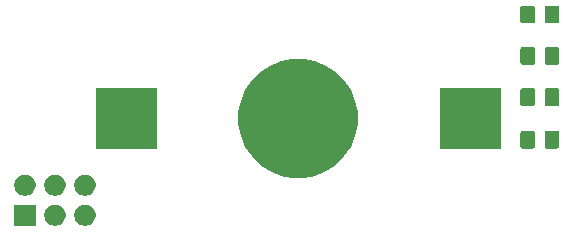
<source format=gbr>
G04 #@! TF.GenerationSoftware,KiCad,Pcbnew,(5.1.5)-3*
G04 #@! TF.CreationDate,2020-04-26T14:17:37-06:00*
G04 #@! TF.ProjectId,Dog Collar Light R1,446f6720-436f-46c6-9c61-72204c696768,rev?*
G04 #@! TF.SameCoordinates,Original*
G04 #@! TF.FileFunction,Soldermask,Bot*
G04 #@! TF.FilePolarity,Negative*
%FSLAX46Y46*%
G04 Gerber Fmt 4.6, Leading zero omitted, Abs format (unit mm)*
G04 Created by KiCad (PCBNEW (5.1.5)-3) date 2020-04-26 14:17:37*
%MOMM*%
%LPD*%
G04 APERTURE LIST*
%ADD10C,0.100000*%
G04 APERTURE END LIST*
D10*
G36*
X158901000Y-124901000D02*
G01*
X157099000Y-124901000D01*
X157099000Y-123099000D01*
X158901000Y-123099000D01*
X158901000Y-124901000D01*
G37*
G36*
X163193512Y-123103927D02*
G01*
X163342812Y-123133624D01*
X163506784Y-123201544D01*
X163654354Y-123300147D01*
X163779853Y-123425646D01*
X163878456Y-123573216D01*
X163946376Y-123737188D01*
X163981000Y-123911259D01*
X163981000Y-124088741D01*
X163946376Y-124262812D01*
X163878456Y-124426784D01*
X163779853Y-124574354D01*
X163654354Y-124699853D01*
X163506784Y-124798456D01*
X163342812Y-124866376D01*
X163193512Y-124896073D01*
X163168742Y-124901000D01*
X162991258Y-124901000D01*
X162966488Y-124896073D01*
X162817188Y-124866376D01*
X162653216Y-124798456D01*
X162505646Y-124699853D01*
X162380147Y-124574354D01*
X162281544Y-124426784D01*
X162213624Y-124262812D01*
X162179000Y-124088741D01*
X162179000Y-123911259D01*
X162213624Y-123737188D01*
X162281544Y-123573216D01*
X162380147Y-123425646D01*
X162505646Y-123300147D01*
X162653216Y-123201544D01*
X162817188Y-123133624D01*
X162966488Y-123103927D01*
X162991258Y-123099000D01*
X163168742Y-123099000D01*
X163193512Y-123103927D01*
G37*
G36*
X160653512Y-123103927D02*
G01*
X160802812Y-123133624D01*
X160966784Y-123201544D01*
X161114354Y-123300147D01*
X161239853Y-123425646D01*
X161338456Y-123573216D01*
X161406376Y-123737188D01*
X161441000Y-123911259D01*
X161441000Y-124088741D01*
X161406376Y-124262812D01*
X161338456Y-124426784D01*
X161239853Y-124574354D01*
X161114354Y-124699853D01*
X160966784Y-124798456D01*
X160802812Y-124866376D01*
X160653512Y-124896073D01*
X160628742Y-124901000D01*
X160451258Y-124901000D01*
X160426488Y-124896073D01*
X160277188Y-124866376D01*
X160113216Y-124798456D01*
X159965646Y-124699853D01*
X159840147Y-124574354D01*
X159741544Y-124426784D01*
X159673624Y-124262812D01*
X159639000Y-124088741D01*
X159639000Y-123911259D01*
X159673624Y-123737188D01*
X159741544Y-123573216D01*
X159840147Y-123425646D01*
X159965646Y-123300147D01*
X160113216Y-123201544D01*
X160277188Y-123133624D01*
X160426488Y-123103927D01*
X160451258Y-123099000D01*
X160628742Y-123099000D01*
X160653512Y-123103927D01*
G37*
G36*
X158113512Y-120563927D02*
G01*
X158262812Y-120593624D01*
X158426784Y-120661544D01*
X158574354Y-120760147D01*
X158699853Y-120885646D01*
X158798456Y-121033216D01*
X158866376Y-121197188D01*
X158901000Y-121371259D01*
X158901000Y-121548741D01*
X158866376Y-121722812D01*
X158798456Y-121886784D01*
X158699853Y-122034354D01*
X158574354Y-122159853D01*
X158426784Y-122258456D01*
X158262812Y-122326376D01*
X158113512Y-122356073D01*
X158088742Y-122361000D01*
X157911258Y-122361000D01*
X157886488Y-122356073D01*
X157737188Y-122326376D01*
X157573216Y-122258456D01*
X157425646Y-122159853D01*
X157300147Y-122034354D01*
X157201544Y-121886784D01*
X157133624Y-121722812D01*
X157099000Y-121548741D01*
X157099000Y-121371259D01*
X157133624Y-121197188D01*
X157201544Y-121033216D01*
X157300147Y-120885646D01*
X157425646Y-120760147D01*
X157573216Y-120661544D01*
X157737188Y-120593624D01*
X157886488Y-120563927D01*
X157911258Y-120559000D01*
X158088742Y-120559000D01*
X158113512Y-120563927D01*
G37*
G36*
X160653512Y-120563927D02*
G01*
X160802812Y-120593624D01*
X160966784Y-120661544D01*
X161114354Y-120760147D01*
X161239853Y-120885646D01*
X161338456Y-121033216D01*
X161406376Y-121197188D01*
X161441000Y-121371259D01*
X161441000Y-121548741D01*
X161406376Y-121722812D01*
X161338456Y-121886784D01*
X161239853Y-122034354D01*
X161114354Y-122159853D01*
X160966784Y-122258456D01*
X160802812Y-122326376D01*
X160653512Y-122356073D01*
X160628742Y-122361000D01*
X160451258Y-122361000D01*
X160426488Y-122356073D01*
X160277188Y-122326376D01*
X160113216Y-122258456D01*
X159965646Y-122159853D01*
X159840147Y-122034354D01*
X159741544Y-121886784D01*
X159673624Y-121722812D01*
X159639000Y-121548741D01*
X159639000Y-121371259D01*
X159673624Y-121197188D01*
X159741544Y-121033216D01*
X159840147Y-120885646D01*
X159965646Y-120760147D01*
X160113216Y-120661544D01*
X160277188Y-120593624D01*
X160426488Y-120563927D01*
X160451258Y-120559000D01*
X160628742Y-120559000D01*
X160653512Y-120563927D01*
G37*
G36*
X163193512Y-120563927D02*
G01*
X163342812Y-120593624D01*
X163506784Y-120661544D01*
X163654354Y-120760147D01*
X163779853Y-120885646D01*
X163878456Y-121033216D01*
X163946376Y-121197188D01*
X163981000Y-121371259D01*
X163981000Y-121548741D01*
X163946376Y-121722812D01*
X163878456Y-121886784D01*
X163779853Y-122034354D01*
X163654354Y-122159853D01*
X163506784Y-122258456D01*
X163342812Y-122326376D01*
X163193512Y-122356073D01*
X163168742Y-122361000D01*
X162991258Y-122361000D01*
X162966488Y-122356073D01*
X162817188Y-122326376D01*
X162653216Y-122258456D01*
X162505646Y-122159853D01*
X162380147Y-122034354D01*
X162281544Y-121886784D01*
X162213624Y-121722812D01*
X162179000Y-121548741D01*
X162179000Y-121371259D01*
X162213624Y-121197188D01*
X162281544Y-121033216D01*
X162380147Y-120885646D01*
X162505646Y-120760147D01*
X162653216Y-120661544D01*
X162817188Y-120593624D01*
X162966488Y-120563927D01*
X162991258Y-120559000D01*
X163168742Y-120559000D01*
X163193512Y-120563927D01*
G37*
G36*
X182110401Y-110846054D02*
G01*
X182598322Y-110943107D01*
X183517546Y-111323862D01*
X184344825Y-111876632D01*
X185048368Y-112580175D01*
X185601138Y-113407454D01*
X185981893Y-114326678D01*
X186176000Y-115302520D01*
X186176000Y-116297480D01*
X185981893Y-117273322D01*
X185601138Y-118192546D01*
X185048368Y-119019825D01*
X184344825Y-119723368D01*
X183517546Y-120276138D01*
X182598322Y-120656893D01*
X182110401Y-120753947D01*
X181622481Y-120851000D01*
X180627519Y-120851000D01*
X180139599Y-120753947D01*
X179651678Y-120656893D01*
X178732454Y-120276138D01*
X177905175Y-119723368D01*
X177201632Y-119019825D01*
X176648862Y-118192546D01*
X176268107Y-117273322D01*
X176074000Y-116297480D01*
X176074000Y-115302520D01*
X176268107Y-114326678D01*
X176648862Y-113407454D01*
X177201632Y-112580175D01*
X177905175Y-111876632D01*
X178732454Y-111323862D01*
X179651678Y-110943107D01*
X180139599Y-110846054D01*
X180627519Y-110749000D01*
X181622481Y-110749000D01*
X182110401Y-110846054D01*
G37*
G36*
X169216000Y-118391000D02*
G01*
X164034000Y-118391000D01*
X164034000Y-113209000D01*
X169216000Y-113209000D01*
X169216000Y-118391000D01*
G37*
G36*
X198316000Y-118391000D02*
G01*
X193134000Y-118391000D01*
X193134000Y-113209000D01*
X198316000Y-113209000D01*
X198316000Y-118391000D01*
G37*
G36*
X203088674Y-116853465D02*
G01*
X203126367Y-116864899D01*
X203161103Y-116883466D01*
X203191548Y-116908452D01*
X203216534Y-116938897D01*
X203235101Y-116973633D01*
X203246535Y-117011326D01*
X203251000Y-117056661D01*
X203251000Y-118143339D01*
X203246535Y-118188674D01*
X203235101Y-118226367D01*
X203216534Y-118261103D01*
X203191548Y-118291548D01*
X203161103Y-118316534D01*
X203126367Y-118335101D01*
X203088674Y-118346535D01*
X203043339Y-118351000D01*
X202206661Y-118351000D01*
X202161326Y-118346535D01*
X202123633Y-118335101D01*
X202088897Y-118316534D01*
X202058452Y-118291548D01*
X202033466Y-118261103D01*
X202014899Y-118226367D01*
X202003465Y-118188674D01*
X201999000Y-118143339D01*
X201999000Y-117056661D01*
X202003465Y-117011326D01*
X202014899Y-116973633D01*
X202033466Y-116938897D01*
X202058452Y-116908452D01*
X202088897Y-116883466D01*
X202123633Y-116864899D01*
X202161326Y-116853465D01*
X202206661Y-116849000D01*
X203043339Y-116849000D01*
X203088674Y-116853465D01*
G37*
G36*
X201038674Y-116853465D02*
G01*
X201076367Y-116864899D01*
X201111103Y-116883466D01*
X201141548Y-116908452D01*
X201166534Y-116938897D01*
X201185101Y-116973633D01*
X201196535Y-117011326D01*
X201201000Y-117056661D01*
X201201000Y-118143339D01*
X201196535Y-118188674D01*
X201185101Y-118226367D01*
X201166534Y-118261103D01*
X201141548Y-118291548D01*
X201111103Y-118316534D01*
X201076367Y-118335101D01*
X201038674Y-118346535D01*
X200993339Y-118351000D01*
X200156661Y-118351000D01*
X200111326Y-118346535D01*
X200073633Y-118335101D01*
X200038897Y-118316534D01*
X200008452Y-118291548D01*
X199983466Y-118261103D01*
X199964899Y-118226367D01*
X199953465Y-118188674D01*
X199949000Y-118143339D01*
X199949000Y-117056661D01*
X199953465Y-117011326D01*
X199964899Y-116973633D01*
X199983466Y-116938897D01*
X200008452Y-116908452D01*
X200038897Y-116883466D01*
X200073633Y-116864899D01*
X200111326Y-116853465D01*
X200156661Y-116849000D01*
X200993339Y-116849000D01*
X201038674Y-116853465D01*
G37*
G36*
X201038674Y-113253465D02*
G01*
X201076367Y-113264899D01*
X201111103Y-113283466D01*
X201141548Y-113308452D01*
X201166534Y-113338897D01*
X201185101Y-113373633D01*
X201196535Y-113411326D01*
X201201000Y-113456661D01*
X201201000Y-114543339D01*
X201196535Y-114588674D01*
X201185101Y-114626367D01*
X201166534Y-114661103D01*
X201141548Y-114691548D01*
X201111103Y-114716534D01*
X201076367Y-114735101D01*
X201038674Y-114746535D01*
X200993339Y-114751000D01*
X200156661Y-114751000D01*
X200111326Y-114746535D01*
X200073633Y-114735101D01*
X200038897Y-114716534D01*
X200008452Y-114691548D01*
X199983466Y-114661103D01*
X199964899Y-114626367D01*
X199953465Y-114588674D01*
X199949000Y-114543339D01*
X199949000Y-113456661D01*
X199953465Y-113411326D01*
X199964899Y-113373633D01*
X199983466Y-113338897D01*
X200008452Y-113308452D01*
X200038897Y-113283466D01*
X200073633Y-113264899D01*
X200111326Y-113253465D01*
X200156661Y-113249000D01*
X200993339Y-113249000D01*
X201038674Y-113253465D01*
G37*
G36*
X203088674Y-113253465D02*
G01*
X203126367Y-113264899D01*
X203161103Y-113283466D01*
X203191548Y-113308452D01*
X203216534Y-113338897D01*
X203235101Y-113373633D01*
X203246535Y-113411326D01*
X203251000Y-113456661D01*
X203251000Y-114543339D01*
X203246535Y-114588674D01*
X203235101Y-114626367D01*
X203216534Y-114661103D01*
X203191548Y-114691548D01*
X203161103Y-114716534D01*
X203126367Y-114735101D01*
X203088674Y-114746535D01*
X203043339Y-114751000D01*
X202206661Y-114751000D01*
X202161326Y-114746535D01*
X202123633Y-114735101D01*
X202088897Y-114716534D01*
X202058452Y-114691548D01*
X202033466Y-114661103D01*
X202014899Y-114626367D01*
X202003465Y-114588674D01*
X201999000Y-114543339D01*
X201999000Y-113456661D01*
X202003465Y-113411326D01*
X202014899Y-113373633D01*
X202033466Y-113338897D01*
X202058452Y-113308452D01*
X202088897Y-113283466D01*
X202123633Y-113264899D01*
X202161326Y-113253465D01*
X202206661Y-113249000D01*
X203043339Y-113249000D01*
X203088674Y-113253465D01*
G37*
G36*
X203088674Y-109753465D02*
G01*
X203126367Y-109764899D01*
X203161103Y-109783466D01*
X203191548Y-109808452D01*
X203216534Y-109838897D01*
X203235101Y-109873633D01*
X203246535Y-109911326D01*
X203251000Y-109956661D01*
X203251000Y-111043339D01*
X203246535Y-111088674D01*
X203235101Y-111126367D01*
X203216534Y-111161103D01*
X203191548Y-111191548D01*
X203161103Y-111216534D01*
X203126367Y-111235101D01*
X203088674Y-111246535D01*
X203043339Y-111251000D01*
X202206661Y-111251000D01*
X202161326Y-111246535D01*
X202123633Y-111235101D01*
X202088897Y-111216534D01*
X202058452Y-111191548D01*
X202033466Y-111161103D01*
X202014899Y-111126367D01*
X202003465Y-111088674D01*
X201999000Y-111043339D01*
X201999000Y-109956661D01*
X202003465Y-109911326D01*
X202014899Y-109873633D01*
X202033466Y-109838897D01*
X202058452Y-109808452D01*
X202088897Y-109783466D01*
X202123633Y-109764899D01*
X202161326Y-109753465D01*
X202206661Y-109749000D01*
X203043339Y-109749000D01*
X203088674Y-109753465D01*
G37*
G36*
X201038674Y-109753465D02*
G01*
X201076367Y-109764899D01*
X201111103Y-109783466D01*
X201141548Y-109808452D01*
X201166534Y-109838897D01*
X201185101Y-109873633D01*
X201196535Y-109911326D01*
X201201000Y-109956661D01*
X201201000Y-111043339D01*
X201196535Y-111088674D01*
X201185101Y-111126367D01*
X201166534Y-111161103D01*
X201141548Y-111191548D01*
X201111103Y-111216534D01*
X201076367Y-111235101D01*
X201038674Y-111246535D01*
X200993339Y-111251000D01*
X200156661Y-111251000D01*
X200111326Y-111246535D01*
X200073633Y-111235101D01*
X200038897Y-111216534D01*
X200008452Y-111191548D01*
X199983466Y-111161103D01*
X199964899Y-111126367D01*
X199953465Y-111088674D01*
X199949000Y-111043339D01*
X199949000Y-109956661D01*
X199953465Y-109911326D01*
X199964899Y-109873633D01*
X199983466Y-109838897D01*
X200008452Y-109808452D01*
X200038897Y-109783466D01*
X200073633Y-109764899D01*
X200111326Y-109753465D01*
X200156661Y-109749000D01*
X200993339Y-109749000D01*
X201038674Y-109753465D01*
G37*
G36*
X203088674Y-106253465D02*
G01*
X203126367Y-106264899D01*
X203161103Y-106283466D01*
X203191548Y-106308452D01*
X203216534Y-106338897D01*
X203235101Y-106373633D01*
X203246535Y-106411326D01*
X203251000Y-106456661D01*
X203251000Y-107543339D01*
X203246535Y-107588674D01*
X203235101Y-107626367D01*
X203216534Y-107661103D01*
X203191548Y-107691548D01*
X203161103Y-107716534D01*
X203126367Y-107735101D01*
X203088674Y-107746535D01*
X203043339Y-107751000D01*
X202206661Y-107751000D01*
X202161326Y-107746535D01*
X202123633Y-107735101D01*
X202088897Y-107716534D01*
X202058452Y-107691548D01*
X202033466Y-107661103D01*
X202014899Y-107626367D01*
X202003465Y-107588674D01*
X201999000Y-107543339D01*
X201999000Y-106456661D01*
X202003465Y-106411326D01*
X202014899Y-106373633D01*
X202033466Y-106338897D01*
X202058452Y-106308452D01*
X202088897Y-106283466D01*
X202123633Y-106264899D01*
X202161326Y-106253465D01*
X202206661Y-106249000D01*
X203043339Y-106249000D01*
X203088674Y-106253465D01*
G37*
G36*
X201038674Y-106253465D02*
G01*
X201076367Y-106264899D01*
X201111103Y-106283466D01*
X201141548Y-106308452D01*
X201166534Y-106338897D01*
X201185101Y-106373633D01*
X201196535Y-106411326D01*
X201201000Y-106456661D01*
X201201000Y-107543339D01*
X201196535Y-107588674D01*
X201185101Y-107626367D01*
X201166534Y-107661103D01*
X201141548Y-107691548D01*
X201111103Y-107716534D01*
X201076367Y-107735101D01*
X201038674Y-107746535D01*
X200993339Y-107751000D01*
X200156661Y-107751000D01*
X200111326Y-107746535D01*
X200073633Y-107735101D01*
X200038897Y-107716534D01*
X200008452Y-107691548D01*
X199983466Y-107661103D01*
X199964899Y-107626367D01*
X199953465Y-107588674D01*
X199949000Y-107543339D01*
X199949000Y-106456661D01*
X199953465Y-106411326D01*
X199964899Y-106373633D01*
X199983466Y-106338897D01*
X200008452Y-106308452D01*
X200038897Y-106283466D01*
X200073633Y-106264899D01*
X200111326Y-106253465D01*
X200156661Y-106249000D01*
X200993339Y-106249000D01*
X201038674Y-106253465D01*
G37*
M02*

</source>
